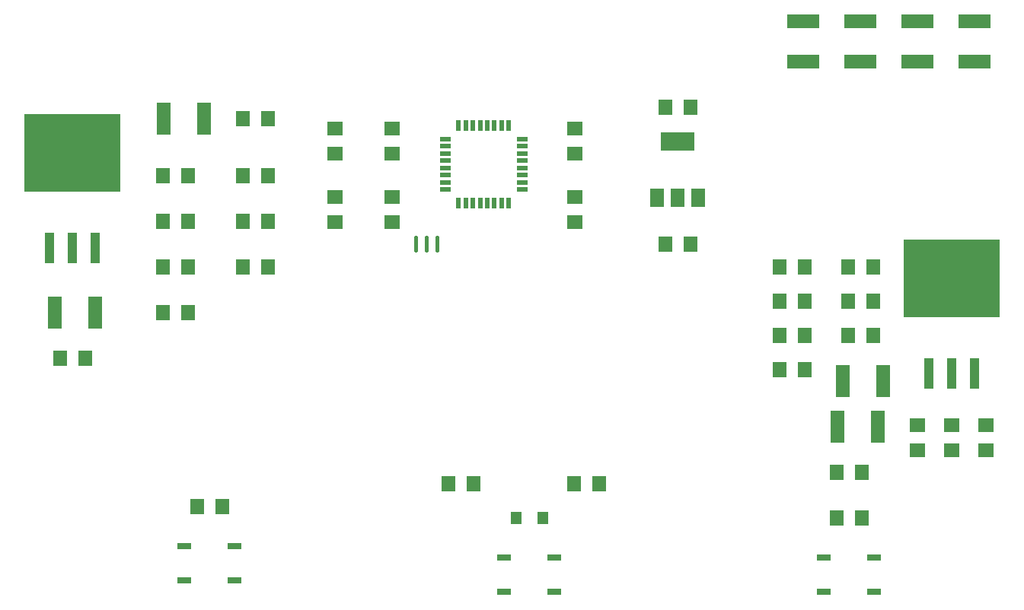
<source format=gtp>
G75*
%MOIN*%
%OFA0B0*%
%FSLAX25Y25*%
%IPPOS*%
%LPD*%
%AMOC8*
5,1,8,0,0,1.08239X$1,22.5*
%
%ADD10R,0.06299X0.07087*%
%ADD11R,0.42126X0.33858*%
%ADD12R,0.04331X0.13780*%
%ADD13R,0.07087X0.06299*%
%ADD14R,0.14173X0.05906*%
%ADD15R,0.05000X0.02200*%
%ADD16R,0.02200X0.05000*%
%ADD17R,0.06000X0.03000*%
%ADD18C,0.01772*%
%ADD19R,0.14961X0.07874*%
%ADD20R,0.05906X0.07874*%
%ADD21R,0.04724X0.05512*%
%ADD22R,0.05906X0.14173*%
D10*
X0090488Y0098927D03*
X0101512Y0098927D03*
X0041512Y0163927D03*
X0030488Y0163927D03*
X0075488Y0183927D03*
X0086512Y0183927D03*
X0086512Y0203927D03*
X0075488Y0203927D03*
X0075488Y0223927D03*
X0086512Y0223927D03*
X0086512Y0243927D03*
X0075488Y0243927D03*
X0110488Y0243927D03*
X0121512Y0243927D03*
X0121512Y0223927D03*
X0110488Y0223927D03*
X0110488Y0203927D03*
X0121512Y0203927D03*
X0121512Y0268927D03*
X0110488Y0268927D03*
X0200488Y0108927D03*
X0211512Y0108927D03*
X0255488Y0108927D03*
X0266512Y0108927D03*
X0345488Y0158927D03*
X0356512Y0158927D03*
X0356512Y0173927D03*
X0345488Y0173927D03*
X0345488Y0188927D03*
X0356512Y0188927D03*
X0356512Y0203927D03*
X0345488Y0203927D03*
X0375488Y0203927D03*
X0386512Y0203927D03*
X0386512Y0188927D03*
X0375488Y0188927D03*
X0375488Y0173927D03*
X0386512Y0173927D03*
X0381512Y0113927D03*
X0370488Y0113927D03*
X0370488Y0093927D03*
X0381512Y0093927D03*
X0306512Y0213927D03*
X0295488Y0213927D03*
X0295488Y0273927D03*
X0306512Y0273927D03*
D11*
X0421000Y0198927D03*
X0036000Y0253927D03*
D12*
X0036000Y0212195D03*
X0026000Y0212195D03*
X0046000Y0212195D03*
X0411000Y0157195D03*
X0421000Y0157195D03*
X0431000Y0157195D03*
D13*
X0436000Y0134439D03*
X0436000Y0123415D03*
X0421000Y0123415D03*
X0421000Y0134439D03*
X0406000Y0134439D03*
X0406000Y0123415D03*
X0256000Y0223415D03*
X0256000Y0234439D03*
X0256000Y0253415D03*
X0256000Y0264439D03*
X0176000Y0264439D03*
X0176000Y0253415D03*
X0176000Y0234439D03*
X0176000Y0223415D03*
X0151000Y0223415D03*
X0151000Y0234439D03*
X0151000Y0253415D03*
X0151000Y0264439D03*
D14*
X0356000Y0293927D03*
X0356000Y0311644D03*
X0381000Y0311644D03*
X0381000Y0293927D03*
X0406000Y0293927D03*
X0406000Y0311644D03*
X0431000Y0311644D03*
X0431000Y0293927D03*
D15*
X0232900Y0259951D03*
X0232900Y0256801D03*
X0232900Y0253652D03*
X0232900Y0250502D03*
X0232900Y0247352D03*
X0232900Y0244203D03*
X0232900Y0241053D03*
X0232900Y0237904D03*
X0199100Y0237904D03*
X0199100Y0241053D03*
X0199100Y0244203D03*
X0199100Y0247352D03*
X0199100Y0250502D03*
X0199100Y0253652D03*
X0199100Y0256801D03*
X0199100Y0259951D03*
D16*
X0204976Y0265827D03*
X0208126Y0265827D03*
X0211276Y0265827D03*
X0214425Y0265827D03*
X0217575Y0265827D03*
X0220724Y0265827D03*
X0223874Y0265827D03*
X0227024Y0265827D03*
X0227024Y0232027D03*
X0223874Y0232027D03*
X0220724Y0232027D03*
X0217575Y0232027D03*
X0214425Y0232027D03*
X0211276Y0232027D03*
X0208126Y0232027D03*
X0204976Y0232027D03*
D17*
X0085000Y0066427D03*
X0085000Y0081427D03*
X0107000Y0081427D03*
X0107000Y0066427D03*
X0225000Y0061427D03*
X0225000Y0076427D03*
X0247000Y0076427D03*
X0247000Y0061427D03*
X0365000Y0061427D03*
X0365000Y0076427D03*
X0387000Y0076427D03*
X0387000Y0061427D03*
D18*
X0195724Y0211063D02*
X0195724Y0216791D01*
X0191000Y0216791D02*
X0191000Y0211063D01*
X0186276Y0211063D02*
X0186276Y0216791D01*
D19*
X0301000Y0258927D03*
D20*
X0301000Y0234124D03*
X0291945Y0234124D03*
X0310055Y0234124D03*
D21*
X0241906Y0093927D03*
X0230094Y0093927D03*
D22*
X0371000Y0133927D03*
X0388717Y0133927D03*
X0391000Y0153927D03*
X0373283Y0153927D03*
X0093717Y0268927D03*
X0076000Y0268927D03*
X0046000Y0183927D03*
X0028283Y0183927D03*
M02*

</source>
